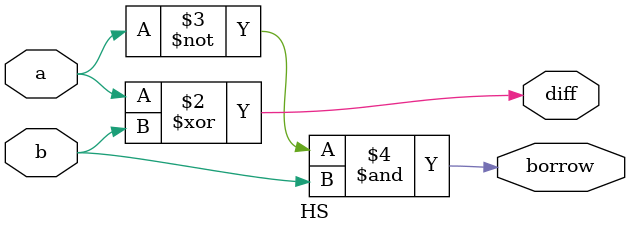
<source format=v>

module HS(a, b, diff, borrow);
	input a, b;

	// data flow:
	//initial $display("\n\t\tDATA FLOW MODEL:");
	//output diff, borrow;
	//assign diff = (a ^ b);
	//assign borrow = (~a & b);

	//behavioural:
	initial $display("\n\t\tBEHAVIOURAL MODEL:");
	output reg diff, borrow;
	always@(*)begin
		diff = (a ^ b);
		borrow = (~a & b);
	end


	//structural:
	//initial $display("\n\t\tSTRUCTURAL MODEL:");
	//output diff, borrow;
	//wire n1;
	//xor g1(diff, a, b);
	//not g2(n1, a);
	//and g3(borrow, b, n1);

endmodule

</source>
